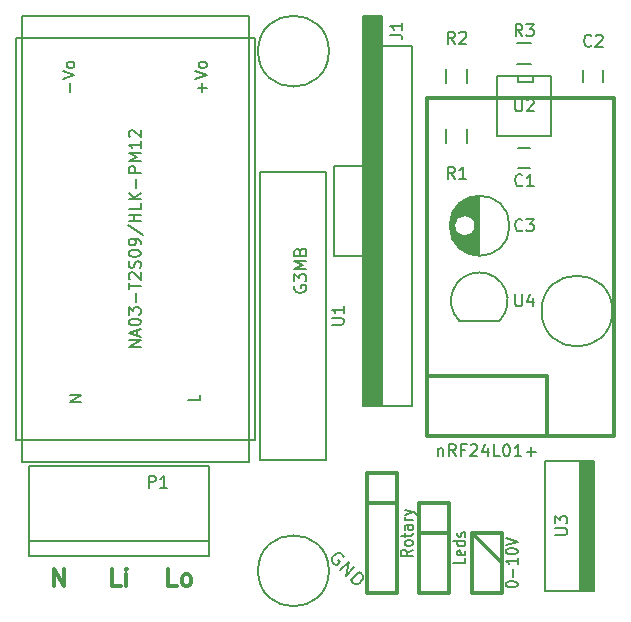
<source format=gbr>
G04 #@! TF.FileFunction,Legend,Top*
%FSLAX46Y46*%
G04 Gerber Fmt 4.6, Leading zero omitted, Abs format (unit mm)*
G04 Created by KiCad (PCBNEW 4.0.2-stable) date 8-9-2016 13:54:52*
%MOMM*%
G01*
G04 APERTURE LIST*
%ADD10C,0.100000*%
%ADD11C,0.200000*%
%ADD12C,0.300000*%
%ADD13C,0.150000*%
%ADD14C,0.304800*%
%ADD15C,0.203200*%
G04 APERTURE END LIST*
D10*
D11*
X152243061Y-123339954D02*
X152195920Y-123225470D01*
X152074701Y-123104251D01*
X151919812Y-123016705D01*
X151771656Y-123003236D01*
X151663906Y-123030173D01*
X151488813Y-123124454D01*
X151387797Y-123225470D01*
X151293517Y-123400563D01*
X151266579Y-123508312D01*
X151280048Y-123656468D01*
X151367595Y-123811358D01*
X151448407Y-123892170D01*
X151603297Y-123979717D01*
X151677375Y-123986452D01*
X151913077Y-123750750D01*
X151751452Y-123589125D01*
X151973686Y-124417450D02*
X152680793Y-123710343D01*
X152458560Y-124902323D01*
X153165667Y-124195216D01*
X152862620Y-125306384D02*
X153569727Y-124599277D01*
X153771758Y-124801308D01*
X153859304Y-124956198D01*
X153872773Y-125104354D01*
X153845836Y-125212103D01*
X153751556Y-125387196D01*
X153650540Y-125488212D01*
X153475447Y-125582493D01*
X153367697Y-125609430D01*
X153219541Y-125595961D01*
X153064652Y-125508415D01*
X152862620Y-125306384D01*
D12*
X138120715Y-125803571D02*
X137406429Y-125803571D01*
X137406429Y-124303571D01*
X138835001Y-125803571D02*
X138692143Y-125732143D01*
X138620715Y-125660714D01*
X138549286Y-125517857D01*
X138549286Y-125089286D01*
X138620715Y-124946429D01*
X138692143Y-124875000D01*
X138835001Y-124803571D01*
X139049286Y-124803571D01*
X139192143Y-124875000D01*
X139263572Y-124946429D01*
X139335001Y-125089286D01*
X139335001Y-125517857D01*
X139263572Y-125660714D01*
X139192143Y-125732143D01*
X139049286Y-125803571D01*
X138835001Y-125803571D01*
X133362143Y-125803571D02*
X132647857Y-125803571D01*
X132647857Y-124303571D01*
X133862143Y-125803571D02*
X133862143Y-124803571D01*
X133862143Y-124303571D02*
X133790714Y-124375000D01*
X133862143Y-124446429D01*
X133933571Y-124375000D01*
X133862143Y-124303571D01*
X133862143Y-124446429D01*
X127746429Y-125803571D02*
X127746429Y-124303571D01*
X128603572Y-125803571D01*
X128603572Y-124303571D01*
D13*
X172255000Y-115180000D02*
X172255000Y-126180000D01*
X172355000Y-115180000D02*
X172355000Y-126180000D01*
X172455000Y-115180000D02*
X172455000Y-126180000D01*
X172555000Y-115180000D02*
X172555000Y-126180000D01*
X172655000Y-115180000D02*
X172655000Y-126180000D01*
X172755000Y-115180000D02*
X172755000Y-126180000D01*
X172855000Y-115180000D02*
X172855000Y-126180000D01*
X173355000Y-115180000D02*
X173355000Y-126180000D01*
X173255000Y-115180000D02*
X173255000Y-126180000D01*
X173155000Y-126180000D02*
X173155000Y-115180000D01*
X173055000Y-115180000D02*
X173055000Y-126180000D01*
X172955000Y-115180000D02*
X172955000Y-126180000D01*
X173455000Y-126180000D02*
X173455000Y-115180000D01*
X169255000Y-115180000D02*
X173455000Y-115180000D01*
X169255000Y-115180000D02*
X169255000Y-126180000D01*
X169255000Y-126180000D02*
X173455000Y-126180000D01*
X162035000Y-103330000D02*
X165435000Y-103330000D01*
X162037944Y-103327056D02*
G75*
G02X163735000Y-99230000I1697056J1697056D01*
G01*
X165432056Y-103327056D02*
G75*
G03X163735000Y-99230000I-1697056J1697056D01*
G01*
X175000000Y-102500000D02*
G75*
G03X175000000Y-102500000I-3000000J0D01*
G01*
X151000000Y-124500000D02*
G75*
G03X151000000Y-124500000I-3000000J0D01*
G01*
X151000000Y-80500000D02*
G75*
G03X151000000Y-80500000I-3000000J0D01*
G01*
X168045000Y-88715000D02*
X167045000Y-88715000D01*
X167045000Y-90415000D02*
X168045000Y-90415000D01*
X125635000Y-123220000D02*
X125635000Y-115600000D01*
X140875000Y-123220000D02*
X140875000Y-115600000D01*
X125635000Y-121950000D02*
X140875000Y-121950000D01*
X125635000Y-115600000D02*
X140875000Y-115600000D01*
X125635000Y-123220000D02*
X140875000Y-123220000D01*
D14*
X158655000Y-121315000D02*
X161195000Y-121315000D01*
X161195000Y-118775000D02*
X161195000Y-126395000D01*
X161195000Y-126395000D02*
X158655000Y-126395000D01*
X158655000Y-126395000D02*
X158655000Y-118775000D01*
X158655000Y-118775000D02*
X161195000Y-118775000D01*
X156750000Y-118775000D02*
X154210000Y-118775000D01*
X154210000Y-126395000D02*
X154210000Y-116235000D01*
X156750000Y-116235000D02*
X156750000Y-126395000D01*
X154210000Y-116235000D02*
X156750000Y-116235000D01*
X156750000Y-126395000D02*
X154210000Y-126395000D01*
X163100000Y-121315000D02*
X165640000Y-123855000D01*
X163100000Y-126395000D02*
X163100000Y-121315000D01*
X165640000Y-121315000D02*
X165640000Y-126395000D01*
X163100000Y-121315000D02*
X165640000Y-121315000D01*
X165640000Y-126395000D02*
X163100000Y-126395000D01*
D13*
X160955000Y-88260000D02*
X160955000Y-87060000D01*
X162705000Y-87060000D02*
X162705000Y-88260000D01*
X160955000Y-83180000D02*
X160955000Y-81980000D01*
X162705000Y-81980000D02*
X162705000Y-83180000D01*
X166945000Y-79800000D02*
X168145000Y-79800000D01*
X168145000Y-81550000D02*
X166945000Y-81550000D01*
X169831000Y-82580000D02*
X169831000Y-87660000D01*
X169831000Y-87660000D02*
X165259000Y-87660000D01*
X165259000Y-87660000D02*
X165259000Y-82580000D01*
X165259000Y-82580000D02*
X169831000Y-82580000D01*
X168307000Y-82580000D02*
X168307000Y-83088000D01*
X168307000Y-83088000D02*
X167037000Y-83088000D01*
X167037000Y-83088000D02*
X167037000Y-82580000D01*
X145193000Y-90708000D02*
X145193000Y-115092000D01*
X145193000Y-115092000D02*
X150781000Y-115092000D01*
X150781000Y-115092000D02*
X150781000Y-90708000D01*
X150781000Y-90708000D02*
X145193000Y-90708000D01*
X172537000Y-82080000D02*
X172537000Y-83080000D01*
X174237000Y-83080000D02*
X174237000Y-82080000D01*
X124500000Y-113400000D02*
X124500000Y-79400000D01*
X124500000Y-79400000D02*
X144700000Y-79400000D01*
X144700000Y-113400000D02*
X144700000Y-79400000D01*
X124500000Y-113400000D02*
X144700000Y-113400000D01*
X125000000Y-115300000D02*
X125000000Y-77500000D01*
X125000000Y-77500000D02*
X144200000Y-77500000D01*
X144200000Y-77500000D02*
X144200000Y-115300000D01*
X144200000Y-115300000D02*
X125000000Y-115300000D01*
X163680000Y-97779000D02*
X163680000Y-92781000D01*
X163540000Y-97771000D02*
X163540000Y-92789000D01*
X163400000Y-97755000D02*
X163400000Y-95375000D01*
X163400000Y-95185000D02*
X163400000Y-92805000D01*
X163260000Y-97731000D02*
X163260000Y-95770000D01*
X163260000Y-94790000D02*
X163260000Y-92829000D01*
X163120000Y-97698000D02*
X163120000Y-95937000D01*
X163120000Y-94623000D02*
X163120000Y-92862000D01*
X162980000Y-97657000D02*
X162980000Y-96044000D01*
X162980000Y-94516000D02*
X162980000Y-92903000D01*
X162840000Y-97607000D02*
X162840000Y-96115000D01*
X162840000Y-94445000D02*
X162840000Y-92953000D01*
X162700000Y-97546000D02*
X162700000Y-96159000D01*
X162700000Y-94401000D02*
X162700000Y-93014000D01*
X162560000Y-97476000D02*
X162560000Y-96178000D01*
X162560000Y-94382000D02*
X162560000Y-93084000D01*
X162420000Y-97394000D02*
X162420000Y-96176000D01*
X162420000Y-94384000D02*
X162420000Y-93166000D01*
X162280000Y-97299000D02*
X162280000Y-96151000D01*
X162280000Y-94409000D02*
X162280000Y-93261000D01*
X162140000Y-97188000D02*
X162140000Y-96103000D01*
X162140000Y-94457000D02*
X162140000Y-93372000D01*
X162000000Y-97060000D02*
X162000000Y-96025000D01*
X162000000Y-94535000D02*
X162000000Y-93500000D01*
X161860000Y-96911000D02*
X161860000Y-95908000D01*
X161860000Y-94652000D02*
X161860000Y-93649000D01*
X161720000Y-96732000D02*
X161720000Y-95720000D01*
X161720000Y-94840000D02*
X161720000Y-93828000D01*
X161580000Y-96513000D02*
X161580000Y-94047000D01*
X161440000Y-96224000D02*
X161440000Y-94336000D01*
X161300000Y-95752000D02*
X161300000Y-94808000D01*
X163405000Y-95280000D02*
G75*
G03X163405000Y-95280000I-900000J0D01*
G01*
X166292500Y-95280000D02*
G75*
G03X166292500Y-95280000I-2537500J0D01*
G01*
D14*
X169450000Y-113060000D02*
X175165000Y-113060000D01*
X175165000Y-113060000D02*
X175165000Y-84485000D01*
X175165000Y-84485000D02*
X159290000Y-84485000D01*
X159290000Y-84485000D02*
X159290000Y-107980000D01*
X159290000Y-107980000D02*
X169450000Y-107980000D01*
X169450000Y-107980000D02*
X169450000Y-113060000D01*
X169450000Y-113060000D02*
X159290000Y-113060000D01*
X159290000Y-113060000D02*
X159290000Y-107980000D01*
D11*
X153900000Y-97820000D02*
X151400000Y-97820000D01*
X151400000Y-97820000D02*
X151400000Y-90200000D01*
X153900000Y-90200000D02*
X151400000Y-90200000D01*
X155350000Y-110520000D02*
X155350000Y-77500000D01*
X155250000Y-110520000D02*
X155250000Y-77500000D01*
X155100000Y-110520000D02*
X155100000Y-77500000D01*
X154950000Y-110520000D02*
X154950000Y-77500000D01*
X154800000Y-110520000D02*
X154800000Y-77500000D01*
X154650000Y-110520000D02*
X154650000Y-77500000D01*
X154500000Y-110520000D02*
X154500000Y-77500000D01*
X154350000Y-110520000D02*
X154350000Y-77500000D01*
X154200000Y-110520000D02*
X154200000Y-77500000D01*
X154050000Y-110520000D02*
X154050000Y-77500000D01*
X153900000Y-110520000D02*
X153900000Y-77500000D01*
X158000000Y-110520000D02*
X153900000Y-110520000D01*
X158000000Y-80040000D02*
X155500000Y-80040000D01*
X155500000Y-77500000D02*
X153900000Y-77500000D01*
X155500000Y-110520000D02*
X155500000Y-77500000D01*
X158000000Y-80040000D02*
X158000000Y-110520000D01*
D13*
X170172381Y-121441905D02*
X170981905Y-121441905D01*
X171077143Y-121394286D01*
X171124762Y-121346667D01*
X171172381Y-121251429D01*
X171172381Y-121060952D01*
X171124762Y-120965714D01*
X171077143Y-120918095D01*
X170981905Y-120870476D01*
X170172381Y-120870476D01*
X170172381Y-120489524D02*
X170172381Y-119870476D01*
X170553333Y-120203810D01*
X170553333Y-120060952D01*
X170600952Y-119965714D01*
X170648571Y-119918095D01*
X170743810Y-119870476D01*
X170981905Y-119870476D01*
X171077143Y-119918095D01*
X171124762Y-119965714D01*
X171172381Y-120060952D01*
X171172381Y-120346667D01*
X171124762Y-120441905D01*
X171077143Y-120489524D01*
X166783095Y-101082381D02*
X166783095Y-101891905D01*
X166830714Y-101987143D01*
X166878333Y-102034762D01*
X166973571Y-102082381D01*
X167164048Y-102082381D01*
X167259286Y-102034762D01*
X167306905Y-101987143D01*
X167354524Y-101891905D01*
X167354524Y-101082381D01*
X168259286Y-101415714D02*
X168259286Y-102082381D01*
X168021190Y-101034762D02*
X167783095Y-101749048D01*
X168402143Y-101749048D01*
X167378334Y-91827143D02*
X167330715Y-91874762D01*
X167187858Y-91922381D01*
X167092620Y-91922381D01*
X166949762Y-91874762D01*
X166854524Y-91779524D01*
X166806905Y-91684286D01*
X166759286Y-91493810D01*
X166759286Y-91350952D01*
X166806905Y-91160476D01*
X166854524Y-91065238D01*
X166949762Y-90970000D01*
X167092620Y-90922381D01*
X167187858Y-90922381D01*
X167330715Y-90970000D01*
X167378334Y-91017619D01*
X168330715Y-91922381D02*
X167759286Y-91922381D01*
X168045000Y-91922381D02*
X168045000Y-90922381D01*
X167949762Y-91065238D01*
X167854524Y-91160476D01*
X167759286Y-91208095D01*
X135761905Y-117452381D02*
X135761905Y-116452381D01*
X136142858Y-116452381D01*
X136238096Y-116500000D01*
X136285715Y-116547619D01*
X136333334Y-116642857D01*
X136333334Y-116785714D01*
X136285715Y-116880952D01*
X136238096Y-116928571D01*
X136142858Y-116976190D01*
X135761905Y-116976190D01*
X137285715Y-117452381D02*
X136714286Y-117452381D01*
X137000000Y-117452381D02*
X137000000Y-116452381D01*
X136904762Y-116595238D01*
X136809524Y-116690476D01*
X136714286Y-116738095D01*
D15*
X162543619Y-123452833D02*
X162543619Y-123876166D01*
X161527619Y-123876166D01*
X162495238Y-122817833D02*
X162543619Y-122902499D01*
X162543619Y-123071833D01*
X162495238Y-123156499D01*
X162398476Y-123198833D01*
X162011429Y-123198833D01*
X161914667Y-123156499D01*
X161866286Y-123071833D01*
X161866286Y-122902499D01*
X161914667Y-122817833D01*
X162011429Y-122775499D01*
X162108190Y-122775499D01*
X162204952Y-123198833D01*
X162543619Y-122013499D02*
X161527619Y-122013499D01*
X162495238Y-122013499D02*
X162543619Y-122098166D01*
X162543619Y-122267499D01*
X162495238Y-122352166D01*
X162446857Y-122394499D01*
X162350095Y-122436833D01*
X162059810Y-122436833D01*
X161963048Y-122394499D01*
X161914667Y-122352166D01*
X161866286Y-122267499D01*
X161866286Y-122098166D01*
X161914667Y-122013499D01*
X162495238Y-121632500D02*
X162543619Y-121547833D01*
X162543619Y-121378500D01*
X162495238Y-121293833D01*
X162398476Y-121251500D01*
X162350095Y-121251500D01*
X162253333Y-121293833D01*
X162204952Y-121378500D01*
X162204952Y-121505500D01*
X162156571Y-121590166D01*
X162059810Y-121632500D01*
X162011429Y-121632500D01*
X161914667Y-121590166D01*
X161866286Y-121505500D01*
X161866286Y-121378500D01*
X161914667Y-121293833D01*
X158098619Y-122711999D02*
X157614810Y-123008333D01*
X158098619Y-123219999D02*
X157082619Y-123219999D01*
X157082619Y-122881333D01*
X157131000Y-122796666D01*
X157179381Y-122754333D01*
X157276143Y-122711999D01*
X157421286Y-122711999D01*
X157518048Y-122754333D01*
X157566429Y-122796666D01*
X157614810Y-122881333D01*
X157614810Y-123219999D01*
X158098619Y-122203999D02*
X158050238Y-122288666D01*
X158001857Y-122330999D01*
X157905095Y-122373333D01*
X157614810Y-122373333D01*
X157518048Y-122330999D01*
X157469667Y-122288666D01*
X157421286Y-122203999D01*
X157421286Y-122076999D01*
X157469667Y-121992333D01*
X157518048Y-121949999D01*
X157614810Y-121907666D01*
X157905095Y-121907666D01*
X158001857Y-121949999D01*
X158050238Y-121992333D01*
X158098619Y-122076999D01*
X158098619Y-122203999D01*
X157421286Y-121653666D02*
X157421286Y-121315000D01*
X157082619Y-121526666D02*
X157953476Y-121526666D01*
X158050238Y-121484333D01*
X158098619Y-121399666D01*
X158098619Y-121315000D01*
X158098619Y-120637666D02*
X157566429Y-120637666D01*
X157469667Y-120680000D01*
X157421286Y-120764666D01*
X157421286Y-120934000D01*
X157469667Y-121018666D01*
X158050238Y-120637666D02*
X158098619Y-120722333D01*
X158098619Y-120934000D01*
X158050238Y-121018666D01*
X157953476Y-121061000D01*
X157856714Y-121061000D01*
X157759952Y-121018666D01*
X157711571Y-120934000D01*
X157711571Y-120722333D01*
X157663190Y-120637666D01*
X158098619Y-120214333D02*
X157421286Y-120214333D01*
X157614810Y-120214333D02*
X157518048Y-120172000D01*
X157469667Y-120129667D01*
X157421286Y-120045000D01*
X157421286Y-119960333D01*
X157421286Y-119748667D02*
X158098619Y-119537000D01*
X157421286Y-119325334D02*
X158098619Y-119537000D01*
X158340524Y-119621667D01*
X158388905Y-119664000D01*
X158437286Y-119748667D01*
X165972619Y-125675334D02*
X165972619Y-125590667D01*
X166021000Y-125506001D01*
X166069381Y-125463667D01*
X166166143Y-125421334D01*
X166359667Y-125379001D01*
X166601571Y-125379001D01*
X166795095Y-125421334D01*
X166891857Y-125463667D01*
X166940238Y-125506001D01*
X166988619Y-125590667D01*
X166988619Y-125675334D01*
X166940238Y-125760001D01*
X166891857Y-125802334D01*
X166795095Y-125844667D01*
X166601571Y-125887001D01*
X166359667Y-125887001D01*
X166166143Y-125844667D01*
X166069381Y-125802334D01*
X166021000Y-125760001D01*
X165972619Y-125675334D01*
X166601571Y-124998000D02*
X166601571Y-124320667D01*
X166988619Y-123431667D02*
X166988619Y-123939667D01*
X166988619Y-123685667D02*
X165972619Y-123685667D01*
X166117762Y-123770333D01*
X166214524Y-123855000D01*
X166262905Y-123939667D01*
X165972619Y-122881333D02*
X165972619Y-122796666D01*
X166021000Y-122712000D01*
X166069381Y-122669666D01*
X166166143Y-122627333D01*
X166359667Y-122585000D01*
X166601571Y-122585000D01*
X166795095Y-122627333D01*
X166891857Y-122669666D01*
X166940238Y-122712000D01*
X166988619Y-122796666D01*
X166988619Y-122881333D01*
X166940238Y-122966000D01*
X166891857Y-123008333D01*
X166795095Y-123050666D01*
X166601571Y-123093000D01*
X166359667Y-123093000D01*
X166166143Y-123050666D01*
X166069381Y-123008333D01*
X166021000Y-122966000D01*
X165972619Y-122881333D01*
X165972619Y-122330999D02*
X166988619Y-122034666D01*
X165972619Y-121738333D01*
D13*
X161663334Y-91287381D02*
X161330000Y-90811190D01*
X161091905Y-91287381D02*
X161091905Y-90287381D01*
X161472858Y-90287381D01*
X161568096Y-90335000D01*
X161615715Y-90382619D01*
X161663334Y-90477857D01*
X161663334Y-90620714D01*
X161615715Y-90715952D01*
X161568096Y-90763571D01*
X161472858Y-90811190D01*
X161091905Y-90811190D01*
X162615715Y-91287381D02*
X162044286Y-91287381D01*
X162330000Y-91287381D02*
X162330000Y-90287381D01*
X162234762Y-90430238D01*
X162139524Y-90525476D01*
X162044286Y-90573095D01*
X161663334Y-79857381D02*
X161330000Y-79381190D01*
X161091905Y-79857381D02*
X161091905Y-78857381D01*
X161472858Y-78857381D01*
X161568096Y-78905000D01*
X161615715Y-78952619D01*
X161663334Y-79047857D01*
X161663334Y-79190714D01*
X161615715Y-79285952D01*
X161568096Y-79333571D01*
X161472858Y-79381190D01*
X161091905Y-79381190D01*
X162044286Y-78952619D02*
X162091905Y-78905000D01*
X162187143Y-78857381D01*
X162425239Y-78857381D01*
X162520477Y-78905000D01*
X162568096Y-78952619D01*
X162615715Y-79047857D01*
X162615715Y-79143095D01*
X162568096Y-79285952D01*
X161996667Y-79857381D01*
X162615715Y-79857381D01*
X167378334Y-79222381D02*
X167045000Y-78746190D01*
X166806905Y-79222381D02*
X166806905Y-78222381D01*
X167187858Y-78222381D01*
X167283096Y-78270000D01*
X167330715Y-78317619D01*
X167378334Y-78412857D01*
X167378334Y-78555714D01*
X167330715Y-78650952D01*
X167283096Y-78698571D01*
X167187858Y-78746190D01*
X166806905Y-78746190D01*
X167711667Y-78222381D02*
X168330715Y-78222381D01*
X167997381Y-78603333D01*
X168140239Y-78603333D01*
X168235477Y-78650952D01*
X168283096Y-78698571D01*
X168330715Y-78793810D01*
X168330715Y-79031905D01*
X168283096Y-79127143D01*
X168235477Y-79174762D01*
X168140239Y-79222381D01*
X167854524Y-79222381D01*
X167759286Y-79174762D01*
X167711667Y-79127143D01*
X166783095Y-84572381D02*
X166783095Y-85381905D01*
X166830714Y-85477143D01*
X166878333Y-85524762D01*
X166973571Y-85572381D01*
X167164048Y-85572381D01*
X167259286Y-85524762D01*
X167306905Y-85477143D01*
X167354524Y-85381905D01*
X167354524Y-84572381D01*
X167783095Y-84667619D02*
X167830714Y-84620000D01*
X167925952Y-84572381D01*
X168164048Y-84572381D01*
X168259286Y-84620000D01*
X168306905Y-84667619D01*
X168354524Y-84762857D01*
X168354524Y-84858095D01*
X168306905Y-85000952D01*
X167735476Y-85572381D01*
X168354524Y-85572381D01*
X151249381Y-103661905D02*
X152058905Y-103661905D01*
X152154143Y-103614286D01*
X152201762Y-103566667D01*
X152249381Y-103471429D01*
X152249381Y-103280952D01*
X152201762Y-103185714D01*
X152154143Y-103138095D01*
X152058905Y-103090476D01*
X151249381Y-103090476D01*
X152249381Y-102090476D02*
X152249381Y-102661905D01*
X152249381Y-102376191D02*
X151249381Y-102376191D01*
X151392238Y-102471429D01*
X151487476Y-102566667D01*
X151535095Y-102661905D01*
X148122000Y-100375714D02*
X148074381Y-100470952D01*
X148074381Y-100613809D01*
X148122000Y-100756667D01*
X148217238Y-100851905D01*
X148312476Y-100899524D01*
X148502952Y-100947143D01*
X148645810Y-100947143D01*
X148836286Y-100899524D01*
X148931524Y-100851905D01*
X149026762Y-100756667D01*
X149074381Y-100613809D01*
X149074381Y-100518571D01*
X149026762Y-100375714D01*
X148979143Y-100328095D01*
X148645810Y-100328095D01*
X148645810Y-100518571D01*
X148074381Y-99994762D02*
X148074381Y-99375714D01*
X148455333Y-99709048D01*
X148455333Y-99566190D01*
X148502952Y-99470952D01*
X148550571Y-99423333D01*
X148645810Y-99375714D01*
X148883905Y-99375714D01*
X148979143Y-99423333D01*
X149026762Y-99470952D01*
X149074381Y-99566190D01*
X149074381Y-99851905D01*
X149026762Y-99947143D01*
X148979143Y-99994762D01*
X149074381Y-98947143D02*
X148074381Y-98947143D01*
X148788667Y-98613809D01*
X148074381Y-98280476D01*
X149074381Y-98280476D01*
X148550571Y-97470952D02*
X148598190Y-97328095D01*
X148645810Y-97280476D01*
X148741048Y-97232857D01*
X148883905Y-97232857D01*
X148979143Y-97280476D01*
X149026762Y-97328095D01*
X149074381Y-97423333D01*
X149074381Y-97804286D01*
X148074381Y-97804286D01*
X148074381Y-97470952D01*
X148122000Y-97375714D01*
X148169619Y-97328095D01*
X148264857Y-97280476D01*
X148360095Y-97280476D01*
X148455333Y-97328095D01*
X148502952Y-97375714D01*
X148550571Y-97470952D01*
X148550571Y-97804286D01*
X173220334Y-80016143D02*
X173172715Y-80063762D01*
X173029858Y-80111381D01*
X172934620Y-80111381D01*
X172791762Y-80063762D01*
X172696524Y-79968524D01*
X172648905Y-79873286D01*
X172601286Y-79682810D01*
X172601286Y-79539952D01*
X172648905Y-79349476D01*
X172696524Y-79254238D01*
X172791762Y-79159000D01*
X172934620Y-79111381D01*
X173029858Y-79111381D01*
X173172715Y-79159000D01*
X173220334Y-79206619D01*
X173601286Y-79206619D02*
X173648905Y-79159000D01*
X173744143Y-79111381D01*
X173982239Y-79111381D01*
X174077477Y-79159000D01*
X174125096Y-79206619D01*
X174172715Y-79301857D01*
X174172715Y-79397095D01*
X174125096Y-79539952D01*
X173553667Y-80111381D01*
X174172715Y-80111381D01*
X135052381Y-105566667D02*
X134052381Y-105566667D01*
X135052381Y-104995238D01*
X134052381Y-104995238D01*
X134766667Y-104566667D02*
X134766667Y-104090476D01*
X135052381Y-104661905D02*
X134052381Y-104328572D01*
X135052381Y-103995238D01*
X134052381Y-103471429D02*
X134052381Y-103376190D01*
X134100000Y-103280952D01*
X134147619Y-103233333D01*
X134242857Y-103185714D01*
X134433333Y-103138095D01*
X134671429Y-103138095D01*
X134861905Y-103185714D01*
X134957143Y-103233333D01*
X135004762Y-103280952D01*
X135052381Y-103376190D01*
X135052381Y-103471429D01*
X135004762Y-103566667D01*
X134957143Y-103614286D01*
X134861905Y-103661905D01*
X134671429Y-103709524D01*
X134433333Y-103709524D01*
X134242857Y-103661905D01*
X134147619Y-103614286D01*
X134100000Y-103566667D01*
X134052381Y-103471429D01*
X134052381Y-102804762D02*
X134052381Y-102185714D01*
X134433333Y-102519048D01*
X134433333Y-102376190D01*
X134480952Y-102280952D01*
X134528571Y-102233333D01*
X134623810Y-102185714D01*
X134861905Y-102185714D01*
X134957143Y-102233333D01*
X135004762Y-102280952D01*
X135052381Y-102376190D01*
X135052381Y-102661905D01*
X135004762Y-102757143D01*
X134957143Y-102804762D01*
X134671429Y-101757143D02*
X134671429Y-100995238D01*
X134052381Y-100661905D02*
X134052381Y-100090476D01*
X135052381Y-100376191D02*
X134052381Y-100376191D01*
X134147619Y-99804762D02*
X134100000Y-99757143D01*
X134052381Y-99661905D01*
X134052381Y-99423809D01*
X134100000Y-99328571D01*
X134147619Y-99280952D01*
X134242857Y-99233333D01*
X134338095Y-99233333D01*
X134480952Y-99280952D01*
X135052381Y-99852381D01*
X135052381Y-99233333D01*
X135004762Y-98852381D02*
X135052381Y-98709524D01*
X135052381Y-98471428D01*
X135004762Y-98376190D01*
X134957143Y-98328571D01*
X134861905Y-98280952D01*
X134766667Y-98280952D01*
X134671429Y-98328571D01*
X134623810Y-98376190D01*
X134576190Y-98471428D01*
X134528571Y-98661905D01*
X134480952Y-98757143D01*
X134433333Y-98804762D01*
X134338095Y-98852381D01*
X134242857Y-98852381D01*
X134147619Y-98804762D01*
X134100000Y-98757143D01*
X134052381Y-98661905D01*
X134052381Y-98423809D01*
X134100000Y-98280952D01*
X134052381Y-97661905D02*
X134052381Y-97566666D01*
X134100000Y-97471428D01*
X134147619Y-97423809D01*
X134242857Y-97376190D01*
X134433333Y-97328571D01*
X134671429Y-97328571D01*
X134861905Y-97376190D01*
X134957143Y-97423809D01*
X135004762Y-97471428D01*
X135052381Y-97566666D01*
X135052381Y-97661905D01*
X135004762Y-97757143D01*
X134957143Y-97804762D01*
X134861905Y-97852381D01*
X134671429Y-97900000D01*
X134433333Y-97900000D01*
X134242857Y-97852381D01*
X134147619Y-97804762D01*
X134100000Y-97757143D01*
X134052381Y-97661905D01*
X135052381Y-96852381D02*
X135052381Y-96661905D01*
X135004762Y-96566666D01*
X134957143Y-96519047D01*
X134814286Y-96423809D01*
X134623810Y-96376190D01*
X134242857Y-96376190D01*
X134147619Y-96423809D01*
X134100000Y-96471428D01*
X134052381Y-96566666D01*
X134052381Y-96757143D01*
X134100000Y-96852381D01*
X134147619Y-96900000D01*
X134242857Y-96947619D01*
X134480952Y-96947619D01*
X134576190Y-96900000D01*
X134623810Y-96852381D01*
X134671429Y-96757143D01*
X134671429Y-96566666D01*
X134623810Y-96471428D01*
X134576190Y-96423809D01*
X134480952Y-96376190D01*
X134004762Y-95233333D02*
X135290476Y-96090476D01*
X135052381Y-94900000D02*
X134052381Y-94900000D01*
X134528571Y-94900000D02*
X134528571Y-94328571D01*
X135052381Y-94328571D02*
X134052381Y-94328571D01*
X135052381Y-93376190D02*
X135052381Y-93852381D01*
X134052381Y-93852381D01*
X135052381Y-93042857D02*
X134052381Y-93042857D01*
X135052381Y-92471428D02*
X134480952Y-92900000D01*
X134052381Y-92471428D02*
X134623810Y-93042857D01*
X134671429Y-92042857D02*
X134671429Y-91280952D01*
X135052381Y-90804762D02*
X134052381Y-90804762D01*
X134052381Y-90423809D01*
X134100000Y-90328571D01*
X134147619Y-90280952D01*
X134242857Y-90233333D01*
X134385714Y-90233333D01*
X134480952Y-90280952D01*
X134528571Y-90328571D01*
X134576190Y-90423809D01*
X134576190Y-90804762D01*
X135052381Y-89804762D02*
X134052381Y-89804762D01*
X134766667Y-89471428D01*
X134052381Y-89138095D01*
X135052381Y-89138095D01*
X135052381Y-88138095D02*
X135052381Y-88709524D01*
X135052381Y-88423810D02*
X134052381Y-88423810D01*
X134195238Y-88519048D01*
X134290476Y-88614286D01*
X134338095Y-88709524D01*
X134147619Y-87757143D02*
X134100000Y-87709524D01*
X134052381Y-87614286D01*
X134052381Y-87376190D01*
X134100000Y-87280952D01*
X134147619Y-87233333D01*
X134242857Y-87185714D01*
X134338095Y-87185714D01*
X134480952Y-87233333D01*
X135052381Y-87804762D01*
X135052381Y-87185714D01*
X129071429Y-83961905D02*
X129071429Y-83200000D01*
X128452381Y-82866667D02*
X129452381Y-82533334D01*
X128452381Y-82200000D01*
X129452381Y-81723810D02*
X129404762Y-81819048D01*
X129357143Y-81866667D01*
X129261905Y-81914286D01*
X128976190Y-81914286D01*
X128880952Y-81866667D01*
X128833333Y-81819048D01*
X128785714Y-81723810D01*
X128785714Y-81580952D01*
X128833333Y-81485714D01*
X128880952Y-81438095D01*
X128976190Y-81390476D01*
X129261905Y-81390476D01*
X129357143Y-81438095D01*
X129404762Y-81485714D01*
X129452381Y-81580952D01*
X129452381Y-81723810D01*
X140271429Y-83961905D02*
X140271429Y-83200000D01*
X140652381Y-83580952D02*
X139890476Y-83580952D01*
X139652381Y-82866667D02*
X140652381Y-82533334D01*
X139652381Y-82200000D01*
X140652381Y-81723810D02*
X140604762Y-81819048D01*
X140557143Y-81866667D01*
X140461905Y-81914286D01*
X140176190Y-81914286D01*
X140080952Y-81866667D01*
X140033333Y-81819048D01*
X139985714Y-81723810D01*
X139985714Y-81580952D01*
X140033333Y-81485714D01*
X140080952Y-81438095D01*
X140176190Y-81390476D01*
X140461905Y-81390476D01*
X140557143Y-81438095D01*
X140604762Y-81485714D01*
X140652381Y-81580952D01*
X140652381Y-81723810D01*
X140052381Y-109590476D02*
X140052381Y-110066667D01*
X139052381Y-110066667D01*
X130052381Y-110185714D02*
X129052381Y-110185714D01*
X130052381Y-109614285D01*
X129052381Y-109614285D01*
X167378334Y-95637143D02*
X167330715Y-95684762D01*
X167187858Y-95732381D01*
X167092620Y-95732381D01*
X166949762Y-95684762D01*
X166854524Y-95589524D01*
X166806905Y-95494286D01*
X166759286Y-95303810D01*
X166759286Y-95160952D01*
X166806905Y-94970476D01*
X166854524Y-94875238D01*
X166949762Y-94780000D01*
X167092620Y-94732381D01*
X167187858Y-94732381D01*
X167330715Y-94780000D01*
X167378334Y-94827619D01*
X167711667Y-94732381D02*
X168330715Y-94732381D01*
X167997381Y-95113333D01*
X168140239Y-95113333D01*
X168235477Y-95160952D01*
X168283096Y-95208571D01*
X168330715Y-95303810D01*
X168330715Y-95541905D01*
X168283096Y-95637143D01*
X168235477Y-95684762D01*
X168140239Y-95732381D01*
X167854524Y-95732381D01*
X167759286Y-95684762D01*
X167711667Y-95637143D01*
D15*
X160233429Y-114112286D02*
X160233429Y-114789619D01*
X160233429Y-114209048D02*
X160281810Y-114160667D01*
X160378572Y-114112286D01*
X160523714Y-114112286D01*
X160620476Y-114160667D01*
X160668857Y-114257429D01*
X160668857Y-114789619D01*
X161733238Y-114789619D02*
X161394572Y-114305810D01*
X161152667Y-114789619D02*
X161152667Y-113773619D01*
X161539714Y-113773619D01*
X161636476Y-113822000D01*
X161684857Y-113870381D01*
X161733238Y-113967143D01*
X161733238Y-114112286D01*
X161684857Y-114209048D01*
X161636476Y-114257429D01*
X161539714Y-114305810D01*
X161152667Y-114305810D01*
X162507333Y-114257429D02*
X162168667Y-114257429D01*
X162168667Y-114789619D02*
X162168667Y-113773619D01*
X162652476Y-113773619D01*
X162991143Y-113870381D02*
X163039524Y-113822000D01*
X163136286Y-113773619D01*
X163378190Y-113773619D01*
X163474952Y-113822000D01*
X163523333Y-113870381D01*
X163571714Y-113967143D01*
X163571714Y-114063905D01*
X163523333Y-114209048D01*
X162942762Y-114789619D01*
X163571714Y-114789619D01*
X164442571Y-114112286D02*
X164442571Y-114789619D01*
X164200667Y-113725238D02*
X163958762Y-114450952D01*
X164587714Y-114450952D01*
X165458571Y-114789619D02*
X164974762Y-114789619D01*
X164974762Y-113773619D01*
X165990762Y-113773619D02*
X166087523Y-113773619D01*
X166184285Y-113822000D01*
X166232666Y-113870381D01*
X166281047Y-113967143D01*
X166329428Y-114160667D01*
X166329428Y-114402571D01*
X166281047Y-114596095D01*
X166232666Y-114692857D01*
X166184285Y-114741238D01*
X166087523Y-114789619D01*
X165990762Y-114789619D01*
X165894000Y-114741238D01*
X165845619Y-114692857D01*
X165797238Y-114596095D01*
X165748857Y-114402571D01*
X165748857Y-114160667D01*
X165797238Y-113967143D01*
X165845619Y-113870381D01*
X165894000Y-113822000D01*
X165990762Y-113773619D01*
X167297047Y-114789619D02*
X166716476Y-114789619D01*
X167006762Y-114789619D02*
X167006762Y-113773619D01*
X166910000Y-113918762D01*
X166813238Y-114015524D01*
X166716476Y-114063905D01*
X167732476Y-114402571D02*
X168506571Y-114402571D01*
X168119523Y-114789619D02*
X168119523Y-114015524D01*
D13*
X156202381Y-79103333D02*
X156916667Y-79103333D01*
X157059524Y-79150953D01*
X157154762Y-79246191D01*
X157202381Y-79389048D01*
X157202381Y-79484286D01*
X157202381Y-78103333D02*
X157202381Y-78674762D01*
X157202381Y-78389048D02*
X156202381Y-78389048D01*
X156345238Y-78484286D01*
X156440476Y-78579524D01*
X156488095Y-78674762D01*
M02*

</source>
